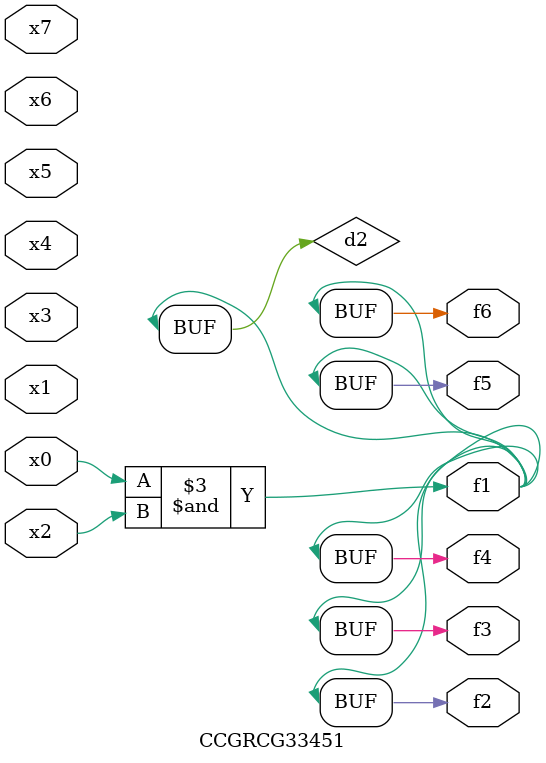
<source format=v>
module CCGRCG33451(
	input x0, x1, x2, x3, x4, x5, x6, x7,
	output f1, f2, f3, f4, f5, f6
);

	wire d1, d2;

	nor (d1, x3, x6);
	and (d2, x0, x2);
	assign f1 = d2;
	assign f2 = d2;
	assign f3 = d2;
	assign f4 = d2;
	assign f5 = d2;
	assign f6 = d2;
endmodule

</source>
